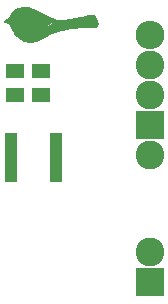
<source format=gts>
G04 #@! TF.FileFunction,Soldermask,Top*
%FSLAX46Y46*%
G04 Gerber Fmt 4.6, Leading zero omitted, Abs format (unit mm)*
G04 Created by KiCad (PCBNEW 4.0.1-stable) date Sunday, January 10, 2016 'PMt' 10:42:02 PM*
%MOMM*%
G01*
G04 APERTURE LIST*
%ADD10C,0.100000*%
%ADD11C,0.010000*%
%ADD12O,2.432000X2.432000*%
%ADD13C,2.432000*%
%ADD14R,2.432000X2.432000*%
%ADD15R,1.100000X0.600000*%
%ADD16R,1.600000X1.300000*%
G04 APERTURE END LIST*
D10*
D11*
G36*
X158971031Y-95253103D02*
X159008866Y-95254878D01*
X159044763Y-95257950D01*
X159080412Y-95262451D01*
X159117499Y-95268512D01*
X159142537Y-95273226D01*
X159179505Y-95280873D01*
X159214770Y-95289056D01*
X159249378Y-95298108D01*
X159284376Y-95308364D01*
X159320809Y-95320156D01*
X159359722Y-95333818D01*
X159402161Y-95349684D01*
X159449173Y-95368088D01*
X159484737Y-95382406D01*
X159531958Y-95401805D01*
X159579898Y-95421943D01*
X159628959Y-95443011D01*
X159679547Y-95465199D01*
X159732066Y-95488695D01*
X159786921Y-95513689D01*
X159844514Y-95540372D01*
X159905251Y-95568932D01*
X159969536Y-95599559D01*
X160037773Y-95632442D01*
X160110365Y-95667772D01*
X160187719Y-95705737D01*
X160270236Y-95746528D01*
X160358323Y-95790333D01*
X160416085Y-95819177D01*
X160497799Y-95859964D01*
X160573732Y-95897698D01*
X160644358Y-95932596D01*
X160710149Y-95964875D01*
X160771577Y-95994752D01*
X160829115Y-96022444D01*
X160883235Y-96048167D01*
X160934409Y-96072138D01*
X160983111Y-96094575D01*
X161029811Y-96115695D01*
X161074982Y-96135714D01*
X161119097Y-96154848D01*
X161162629Y-96173316D01*
X161206049Y-96191334D01*
X161249829Y-96209119D01*
X161294443Y-96226888D01*
X161340363Y-96244857D01*
X161357542Y-96251509D01*
X161381524Y-96260793D01*
X161403788Y-96269455D01*
X161423348Y-96277109D01*
X161439219Y-96283366D01*
X161450414Y-96287840D01*
X161455784Y-96290070D01*
X161465832Y-96294573D01*
X161450698Y-96313849D01*
X161438889Y-96327902D01*
X161422920Y-96345482D01*
X161403921Y-96365449D01*
X161383023Y-96386663D01*
X161361357Y-96407986D01*
X161340055Y-96428277D01*
X161320246Y-96446397D01*
X161311681Y-96453920D01*
X161236102Y-96515039D01*
X161154352Y-96573238D01*
X161066747Y-96628375D01*
X160973601Y-96680306D01*
X160875231Y-96728886D01*
X160771952Y-96773973D01*
X160664079Y-96815422D01*
X160551928Y-96853091D01*
X160435814Y-96886835D01*
X160316054Y-96916510D01*
X160276278Y-96925281D01*
X160217253Y-96937567D01*
X160163414Y-96948013D01*
X160113205Y-96956877D01*
X160065074Y-96964413D01*
X160017469Y-96970877D01*
X159968835Y-96976526D01*
X159958778Y-96977588D01*
X159938732Y-96979185D01*
X159913512Y-96980438D01*
X159884439Y-96981348D01*
X159852833Y-96981913D01*
X159820014Y-96982134D01*
X159787303Y-96982011D01*
X159756020Y-96981543D01*
X159727485Y-96980730D01*
X159703019Y-96979572D01*
X159683941Y-96978069D01*
X159680083Y-96977629D01*
X159609587Y-96966359D01*
X159544668Y-96950777D01*
X159485314Y-96930875D01*
X159431511Y-96906642D01*
X159383246Y-96878071D01*
X159340506Y-96845152D01*
X159303275Y-96807875D01*
X159271542Y-96766233D01*
X159245292Y-96720216D01*
X159225814Y-96673556D01*
X159216564Y-96645336D01*
X159209950Y-96619790D01*
X159205611Y-96594670D01*
X159203189Y-96567726D01*
X159202323Y-96536710D01*
X159202311Y-96526690D01*
X159202506Y-96469783D01*
X159179541Y-96467430D01*
X159156577Y-96465078D01*
X159106819Y-96499010D01*
X159107261Y-96548359D01*
X159111246Y-96606590D01*
X159122027Y-96663341D01*
X159139427Y-96718195D01*
X159163267Y-96770732D01*
X159193369Y-96820536D01*
X159229554Y-96867188D01*
X159254774Y-96894155D01*
X159295410Y-96931000D01*
X159339140Y-96963371D01*
X159386472Y-96991491D01*
X159437911Y-97015584D01*
X159493966Y-97035873D01*
X159555143Y-97052584D01*
X159621948Y-97065938D01*
X159655389Y-97071113D01*
X159676455Y-97073389D01*
X159703303Y-97075185D01*
X159734675Y-97076500D01*
X159769315Y-97077334D01*
X159805966Y-97077688D01*
X159843369Y-97077562D01*
X159880269Y-97076956D01*
X159915407Y-97075870D01*
X159947526Y-97074303D01*
X159975370Y-97072257D01*
X159987000Y-97071088D01*
X160101247Y-97055915D01*
X160216379Y-97036055D01*
X160331524Y-97011770D01*
X160445809Y-96983321D01*
X160558359Y-96950969D01*
X160668303Y-96914975D01*
X160774766Y-96875600D01*
X160876876Y-96833106D01*
X160973760Y-96787754D01*
X161028608Y-96759498D01*
X161111718Y-96712751D01*
X161190658Y-96663631D01*
X161264981Y-96612487D01*
X161334241Y-96559668D01*
X161397993Y-96505522D01*
X161455791Y-96450397D01*
X161507188Y-96394643D01*
X161528880Y-96368480D01*
X161543589Y-96350572D01*
X161554647Y-96338259D01*
X161562321Y-96331267D01*
X161566878Y-96329322D01*
X161567106Y-96329373D01*
X161581682Y-96333012D01*
X161602129Y-96337139D01*
X161627296Y-96341588D01*
X161656029Y-96346193D01*
X161687174Y-96350787D01*
X161719579Y-96355204D01*
X161752091Y-96359276D01*
X161783556Y-96362837D01*
X161812821Y-96365720D01*
X161826736Y-96366893D01*
X161856996Y-96368630D01*
X161890509Y-96369311D01*
X161927721Y-96368909D01*
X161969075Y-96367398D01*
X162015017Y-96364750D01*
X162065991Y-96360938D01*
X162122441Y-96355937D01*
X162184812Y-96349719D01*
X162253548Y-96342256D01*
X162274764Y-96339853D01*
X162372696Y-96328039D01*
X162477110Y-96314253D01*
X162587726Y-96298544D01*
X162704267Y-96280962D01*
X162826454Y-96261559D01*
X162954011Y-96240386D01*
X163086657Y-96217492D01*
X163224117Y-96192928D01*
X163366110Y-96166746D01*
X163512360Y-96138995D01*
X163662588Y-96109727D01*
X163816517Y-96078991D01*
X163973867Y-96046840D01*
X164134361Y-96013322D01*
X164297721Y-95978489D01*
X164463669Y-95942392D01*
X164491972Y-95936166D01*
X164523505Y-95929268D01*
X164553573Y-95922787D01*
X164581326Y-95916899D01*
X164605913Y-95911780D01*
X164626484Y-95907607D01*
X164642186Y-95904556D01*
X164652170Y-95902804D01*
X164654250Y-95902520D01*
X164681629Y-95902603D01*
X164710597Y-95908198D01*
X164739337Y-95918640D01*
X164766032Y-95933263D01*
X164788863Y-95951400D01*
X164789577Y-95952097D01*
X164800334Y-95964458D01*
X164813559Y-95982584D01*
X164828873Y-96005782D01*
X164845898Y-96033362D01*
X164864253Y-96064633D01*
X164883562Y-96098902D01*
X164903444Y-96135479D01*
X164923521Y-96173671D01*
X164943415Y-96212789D01*
X164962747Y-96252139D01*
X164981137Y-96291031D01*
X164998208Y-96328774D01*
X165006938Y-96348888D01*
X165034418Y-96417828D01*
X165056295Y-96482753D01*
X165072564Y-96543631D01*
X165083220Y-96600428D01*
X165088258Y-96653112D01*
X165087674Y-96701650D01*
X165081462Y-96746008D01*
X165070303Y-96784355D01*
X165060721Y-96804617D01*
X165047158Y-96826530D01*
X165031359Y-96847628D01*
X165015072Y-96865441D01*
X165009089Y-96870860D01*
X164993700Y-96882771D01*
X164977081Y-96893287D01*
X164958689Y-96902518D01*
X164937978Y-96910574D01*
X164914406Y-96917565D01*
X164887427Y-96923602D01*
X164856498Y-96928794D01*
X164821074Y-96933252D01*
X164780612Y-96937086D01*
X164734567Y-96940405D01*
X164682396Y-96943321D01*
X164641903Y-96945182D01*
X164622132Y-96945961D01*
X164596304Y-96946876D01*
X164565416Y-96947897D01*
X164530464Y-96948994D01*
X164492446Y-96950137D01*
X164452357Y-96951294D01*
X164411195Y-96952437D01*
X164369956Y-96953534D01*
X164349097Y-96954070D01*
X164243132Y-96956865D01*
X164143623Y-96959728D01*
X164049971Y-96962688D01*
X163961576Y-96965774D01*
X163877840Y-96969016D01*
X163798162Y-96972444D01*
X163721944Y-96976086D01*
X163648587Y-96979972D01*
X163577491Y-96984132D01*
X163508056Y-96988595D01*
X163439683Y-96993390D01*
X163371774Y-96998548D01*
X163303729Y-97004096D01*
X163267833Y-97007168D01*
X163115425Y-97021484D01*
X162968916Y-97037501D01*
X162827314Y-97055426D01*
X162689629Y-97075462D01*
X162554869Y-97097813D01*
X162422042Y-97122686D01*
X162290156Y-97150283D01*
X162158221Y-97180811D01*
X162025244Y-97214473D01*
X161890234Y-97251474D01*
X161752199Y-97292018D01*
X161610149Y-97336311D01*
X161502181Y-97371516D01*
X161445529Y-97390415D01*
X161393101Y-97408181D01*
X161344324Y-97425079D01*
X161298627Y-97441377D01*
X161255437Y-97457340D01*
X161214184Y-97473235D01*
X161174295Y-97489327D01*
X161135199Y-97505884D01*
X161096325Y-97523170D01*
X161057099Y-97541452D01*
X161016952Y-97560997D01*
X160975310Y-97582071D01*
X160931602Y-97604939D01*
X160885257Y-97629869D01*
X160835703Y-97657125D01*
X160782368Y-97686975D01*
X160724680Y-97719684D01*
X160662068Y-97755519D01*
X160597306Y-97792815D01*
X160547113Y-97821743D01*
X160502343Y-97847450D01*
X160462339Y-97870298D01*
X160426445Y-97890648D01*
X160394006Y-97908863D01*
X160364365Y-97925303D01*
X160336866Y-97940330D01*
X160310853Y-97954307D01*
X160285670Y-97967594D01*
X160260662Y-97980554D01*
X160235172Y-97993549D01*
X160212778Y-98004820D01*
X160147461Y-98036741D01*
X160086674Y-98064702D01*
X160029369Y-98089064D01*
X159974501Y-98110188D01*
X159921022Y-98128436D01*
X159867885Y-98144169D01*
X159814043Y-98157748D01*
X159758449Y-98169537D01*
X159710975Y-98178094D01*
X159651699Y-98187475D01*
X159597114Y-98194849D01*
X159545196Y-98200377D01*
X159493926Y-98204223D01*
X159441279Y-98206550D01*
X159385234Y-98207522D01*
X159346708Y-98207509D01*
X159320120Y-98207309D01*
X159295076Y-98207051D01*
X159272670Y-98206751D01*
X159253997Y-98206426D01*
X159240149Y-98206092D01*
X159232223Y-98205767D01*
X159232056Y-98205755D01*
X159141009Y-98196740D01*
X159051200Y-98183096D01*
X158963485Y-98165042D01*
X158878718Y-98142798D01*
X158797756Y-98116583D01*
X158721455Y-98086619D01*
X158663791Y-98059817D01*
X158577957Y-98012919D01*
X158494330Y-97959377D01*
X158412988Y-97899273D01*
X158334006Y-97832690D01*
X158257461Y-97759708D01*
X158183429Y-97680411D01*
X158111985Y-97594879D01*
X158043207Y-97503196D01*
X157977171Y-97405442D01*
X157913952Y-97301701D01*
X157853627Y-97192053D01*
X157849300Y-97183746D01*
X157812293Y-97108734D01*
X157777779Y-97030989D01*
X157745400Y-96949580D01*
X157714798Y-96863574D01*
X157685612Y-96772039D01*
X157669110Y-96715758D01*
X157661543Y-96689169D01*
X157415806Y-96590044D01*
X157376329Y-96574069D01*
X157338813Y-96558791D01*
X157303766Y-96544422D01*
X157271694Y-96531173D01*
X157243102Y-96519257D01*
X157218498Y-96508887D01*
X157198388Y-96500274D01*
X157183278Y-96493630D01*
X157173674Y-96489168D01*
X157170083Y-96487101D01*
X157170069Y-96487055D01*
X157172644Y-96484178D01*
X157180115Y-96476965D01*
X157192098Y-96465762D01*
X157208213Y-96450917D01*
X157228078Y-96432776D01*
X157251310Y-96411686D01*
X157277529Y-96387994D01*
X157306351Y-96362048D01*
X157337395Y-96334193D01*
X157370280Y-96304778D01*
X157395847Y-96281966D01*
X157621625Y-96080741D01*
X157636003Y-96041022D01*
X157664338Y-95970948D01*
X157697586Y-95904045D01*
X157736152Y-95839707D01*
X157780445Y-95777324D01*
X157830870Y-95716287D01*
X157887835Y-95655990D01*
X157904224Y-95639917D01*
X157971538Y-95579739D01*
X158044130Y-95524059D01*
X158121734Y-95473010D01*
X158204086Y-95426722D01*
X158290921Y-95385330D01*
X158381974Y-95348964D01*
X158476979Y-95317758D01*
X158575671Y-95291842D01*
X158621750Y-95281834D01*
X158666147Y-95273197D01*
X158705869Y-95266427D01*
X158742979Y-95261295D01*
X158779540Y-95257572D01*
X158817614Y-95255029D01*
X158859265Y-95253439D01*
X158882806Y-95252916D01*
X158929574Y-95252493D01*
X158971031Y-95253103D01*
X158971031Y-95253103D01*
G37*
X158971031Y-95253103D02*
X159008866Y-95254878D01*
X159044763Y-95257950D01*
X159080412Y-95262451D01*
X159117499Y-95268512D01*
X159142537Y-95273226D01*
X159179505Y-95280873D01*
X159214770Y-95289056D01*
X159249378Y-95298108D01*
X159284376Y-95308364D01*
X159320809Y-95320156D01*
X159359722Y-95333818D01*
X159402161Y-95349684D01*
X159449173Y-95368088D01*
X159484737Y-95382406D01*
X159531958Y-95401805D01*
X159579898Y-95421943D01*
X159628959Y-95443011D01*
X159679547Y-95465199D01*
X159732066Y-95488695D01*
X159786921Y-95513689D01*
X159844514Y-95540372D01*
X159905251Y-95568932D01*
X159969536Y-95599559D01*
X160037773Y-95632442D01*
X160110365Y-95667772D01*
X160187719Y-95705737D01*
X160270236Y-95746528D01*
X160358323Y-95790333D01*
X160416085Y-95819177D01*
X160497799Y-95859964D01*
X160573732Y-95897698D01*
X160644358Y-95932596D01*
X160710149Y-95964875D01*
X160771577Y-95994752D01*
X160829115Y-96022444D01*
X160883235Y-96048167D01*
X160934409Y-96072138D01*
X160983111Y-96094575D01*
X161029811Y-96115695D01*
X161074982Y-96135714D01*
X161119097Y-96154848D01*
X161162629Y-96173316D01*
X161206049Y-96191334D01*
X161249829Y-96209119D01*
X161294443Y-96226888D01*
X161340363Y-96244857D01*
X161357542Y-96251509D01*
X161381524Y-96260793D01*
X161403788Y-96269455D01*
X161423348Y-96277109D01*
X161439219Y-96283366D01*
X161450414Y-96287840D01*
X161455784Y-96290070D01*
X161465832Y-96294573D01*
X161450698Y-96313849D01*
X161438889Y-96327902D01*
X161422920Y-96345482D01*
X161403921Y-96365449D01*
X161383023Y-96386663D01*
X161361357Y-96407986D01*
X161340055Y-96428277D01*
X161320246Y-96446397D01*
X161311681Y-96453920D01*
X161236102Y-96515039D01*
X161154352Y-96573238D01*
X161066747Y-96628375D01*
X160973601Y-96680306D01*
X160875231Y-96728886D01*
X160771952Y-96773973D01*
X160664079Y-96815422D01*
X160551928Y-96853091D01*
X160435814Y-96886835D01*
X160316054Y-96916510D01*
X160276278Y-96925281D01*
X160217253Y-96937567D01*
X160163414Y-96948013D01*
X160113205Y-96956877D01*
X160065074Y-96964413D01*
X160017469Y-96970877D01*
X159968835Y-96976526D01*
X159958778Y-96977588D01*
X159938732Y-96979185D01*
X159913512Y-96980438D01*
X159884439Y-96981348D01*
X159852833Y-96981913D01*
X159820014Y-96982134D01*
X159787303Y-96982011D01*
X159756020Y-96981543D01*
X159727485Y-96980730D01*
X159703019Y-96979572D01*
X159683941Y-96978069D01*
X159680083Y-96977629D01*
X159609587Y-96966359D01*
X159544668Y-96950777D01*
X159485314Y-96930875D01*
X159431511Y-96906642D01*
X159383246Y-96878071D01*
X159340506Y-96845152D01*
X159303275Y-96807875D01*
X159271542Y-96766233D01*
X159245292Y-96720216D01*
X159225814Y-96673556D01*
X159216564Y-96645336D01*
X159209950Y-96619790D01*
X159205611Y-96594670D01*
X159203189Y-96567726D01*
X159202323Y-96536710D01*
X159202311Y-96526690D01*
X159202506Y-96469783D01*
X159179541Y-96467430D01*
X159156577Y-96465078D01*
X159106819Y-96499010D01*
X159107261Y-96548359D01*
X159111246Y-96606590D01*
X159122027Y-96663341D01*
X159139427Y-96718195D01*
X159163267Y-96770732D01*
X159193369Y-96820536D01*
X159229554Y-96867188D01*
X159254774Y-96894155D01*
X159295410Y-96931000D01*
X159339140Y-96963371D01*
X159386472Y-96991491D01*
X159437911Y-97015584D01*
X159493966Y-97035873D01*
X159555143Y-97052584D01*
X159621948Y-97065938D01*
X159655389Y-97071113D01*
X159676455Y-97073389D01*
X159703303Y-97075185D01*
X159734675Y-97076500D01*
X159769315Y-97077334D01*
X159805966Y-97077688D01*
X159843369Y-97077562D01*
X159880269Y-97076956D01*
X159915407Y-97075870D01*
X159947526Y-97074303D01*
X159975370Y-97072257D01*
X159987000Y-97071088D01*
X160101247Y-97055915D01*
X160216379Y-97036055D01*
X160331524Y-97011770D01*
X160445809Y-96983321D01*
X160558359Y-96950969D01*
X160668303Y-96914975D01*
X160774766Y-96875600D01*
X160876876Y-96833106D01*
X160973760Y-96787754D01*
X161028608Y-96759498D01*
X161111718Y-96712751D01*
X161190658Y-96663631D01*
X161264981Y-96612487D01*
X161334241Y-96559668D01*
X161397993Y-96505522D01*
X161455791Y-96450397D01*
X161507188Y-96394643D01*
X161528880Y-96368480D01*
X161543589Y-96350572D01*
X161554647Y-96338259D01*
X161562321Y-96331267D01*
X161566878Y-96329322D01*
X161567106Y-96329373D01*
X161581682Y-96333012D01*
X161602129Y-96337139D01*
X161627296Y-96341588D01*
X161656029Y-96346193D01*
X161687174Y-96350787D01*
X161719579Y-96355204D01*
X161752091Y-96359276D01*
X161783556Y-96362837D01*
X161812821Y-96365720D01*
X161826736Y-96366893D01*
X161856996Y-96368630D01*
X161890509Y-96369311D01*
X161927721Y-96368909D01*
X161969075Y-96367398D01*
X162015017Y-96364750D01*
X162065991Y-96360938D01*
X162122441Y-96355937D01*
X162184812Y-96349719D01*
X162253548Y-96342256D01*
X162274764Y-96339853D01*
X162372696Y-96328039D01*
X162477110Y-96314253D01*
X162587726Y-96298544D01*
X162704267Y-96280962D01*
X162826454Y-96261559D01*
X162954011Y-96240386D01*
X163086657Y-96217492D01*
X163224117Y-96192928D01*
X163366110Y-96166746D01*
X163512360Y-96138995D01*
X163662588Y-96109727D01*
X163816517Y-96078991D01*
X163973867Y-96046840D01*
X164134361Y-96013322D01*
X164297721Y-95978489D01*
X164463669Y-95942392D01*
X164491972Y-95936166D01*
X164523505Y-95929268D01*
X164553573Y-95922787D01*
X164581326Y-95916899D01*
X164605913Y-95911780D01*
X164626484Y-95907607D01*
X164642186Y-95904556D01*
X164652170Y-95902804D01*
X164654250Y-95902520D01*
X164681629Y-95902603D01*
X164710597Y-95908198D01*
X164739337Y-95918640D01*
X164766032Y-95933263D01*
X164788863Y-95951400D01*
X164789577Y-95952097D01*
X164800334Y-95964458D01*
X164813559Y-95982584D01*
X164828873Y-96005782D01*
X164845898Y-96033362D01*
X164864253Y-96064633D01*
X164883562Y-96098902D01*
X164903444Y-96135479D01*
X164923521Y-96173671D01*
X164943415Y-96212789D01*
X164962747Y-96252139D01*
X164981137Y-96291031D01*
X164998208Y-96328774D01*
X165006938Y-96348888D01*
X165034418Y-96417828D01*
X165056295Y-96482753D01*
X165072564Y-96543631D01*
X165083220Y-96600428D01*
X165088258Y-96653112D01*
X165087674Y-96701650D01*
X165081462Y-96746008D01*
X165070303Y-96784355D01*
X165060721Y-96804617D01*
X165047158Y-96826530D01*
X165031359Y-96847628D01*
X165015072Y-96865441D01*
X165009089Y-96870860D01*
X164993700Y-96882771D01*
X164977081Y-96893287D01*
X164958689Y-96902518D01*
X164937978Y-96910574D01*
X164914406Y-96917565D01*
X164887427Y-96923602D01*
X164856498Y-96928794D01*
X164821074Y-96933252D01*
X164780612Y-96937086D01*
X164734567Y-96940405D01*
X164682396Y-96943321D01*
X164641903Y-96945182D01*
X164622132Y-96945961D01*
X164596304Y-96946876D01*
X164565416Y-96947897D01*
X164530464Y-96948994D01*
X164492446Y-96950137D01*
X164452357Y-96951294D01*
X164411195Y-96952437D01*
X164369956Y-96953534D01*
X164349097Y-96954070D01*
X164243132Y-96956865D01*
X164143623Y-96959728D01*
X164049971Y-96962688D01*
X163961576Y-96965774D01*
X163877840Y-96969016D01*
X163798162Y-96972444D01*
X163721944Y-96976086D01*
X163648587Y-96979972D01*
X163577491Y-96984132D01*
X163508056Y-96988595D01*
X163439683Y-96993390D01*
X163371774Y-96998548D01*
X163303729Y-97004096D01*
X163267833Y-97007168D01*
X163115425Y-97021484D01*
X162968916Y-97037501D01*
X162827314Y-97055426D01*
X162689629Y-97075462D01*
X162554869Y-97097813D01*
X162422042Y-97122686D01*
X162290156Y-97150283D01*
X162158221Y-97180811D01*
X162025244Y-97214473D01*
X161890234Y-97251474D01*
X161752199Y-97292018D01*
X161610149Y-97336311D01*
X161502181Y-97371516D01*
X161445529Y-97390415D01*
X161393101Y-97408181D01*
X161344324Y-97425079D01*
X161298627Y-97441377D01*
X161255437Y-97457340D01*
X161214184Y-97473235D01*
X161174295Y-97489327D01*
X161135199Y-97505884D01*
X161096325Y-97523170D01*
X161057099Y-97541452D01*
X161016952Y-97560997D01*
X160975310Y-97582071D01*
X160931602Y-97604939D01*
X160885257Y-97629869D01*
X160835703Y-97657125D01*
X160782368Y-97686975D01*
X160724680Y-97719684D01*
X160662068Y-97755519D01*
X160597306Y-97792815D01*
X160547113Y-97821743D01*
X160502343Y-97847450D01*
X160462339Y-97870298D01*
X160426445Y-97890648D01*
X160394006Y-97908863D01*
X160364365Y-97925303D01*
X160336866Y-97940330D01*
X160310853Y-97954307D01*
X160285670Y-97967594D01*
X160260662Y-97980554D01*
X160235172Y-97993549D01*
X160212778Y-98004820D01*
X160147461Y-98036741D01*
X160086674Y-98064702D01*
X160029369Y-98089064D01*
X159974501Y-98110188D01*
X159921022Y-98128436D01*
X159867885Y-98144169D01*
X159814043Y-98157748D01*
X159758449Y-98169537D01*
X159710975Y-98178094D01*
X159651699Y-98187475D01*
X159597114Y-98194849D01*
X159545196Y-98200377D01*
X159493926Y-98204223D01*
X159441279Y-98206550D01*
X159385234Y-98207522D01*
X159346708Y-98207509D01*
X159320120Y-98207309D01*
X159295076Y-98207051D01*
X159272670Y-98206751D01*
X159253997Y-98206426D01*
X159240149Y-98206092D01*
X159232223Y-98205767D01*
X159232056Y-98205755D01*
X159141009Y-98196740D01*
X159051200Y-98183096D01*
X158963485Y-98165042D01*
X158878718Y-98142798D01*
X158797756Y-98116583D01*
X158721455Y-98086619D01*
X158663791Y-98059817D01*
X158577957Y-98012919D01*
X158494330Y-97959377D01*
X158412988Y-97899273D01*
X158334006Y-97832690D01*
X158257461Y-97759708D01*
X158183429Y-97680411D01*
X158111985Y-97594879D01*
X158043207Y-97503196D01*
X157977171Y-97405442D01*
X157913952Y-97301701D01*
X157853627Y-97192053D01*
X157849300Y-97183746D01*
X157812293Y-97108734D01*
X157777779Y-97030989D01*
X157745400Y-96949580D01*
X157714798Y-96863574D01*
X157685612Y-96772039D01*
X157669110Y-96715758D01*
X157661543Y-96689169D01*
X157415806Y-96590044D01*
X157376329Y-96574069D01*
X157338813Y-96558791D01*
X157303766Y-96544422D01*
X157271694Y-96531173D01*
X157243102Y-96519257D01*
X157218498Y-96508887D01*
X157198388Y-96500274D01*
X157183278Y-96493630D01*
X157173674Y-96489168D01*
X157170083Y-96487101D01*
X157170069Y-96487055D01*
X157172644Y-96484178D01*
X157180115Y-96476965D01*
X157192098Y-96465762D01*
X157208213Y-96450917D01*
X157228078Y-96432776D01*
X157251310Y-96411686D01*
X157277529Y-96387994D01*
X157306351Y-96362048D01*
X157337395Y-96334193D01*
X157370280Y-96304778D01*
X157395847Y-96281966D01*
X157621625Y-96080741D01*
X157636003Y-96041022D01*
X157664338Y-95970948D01*
X157697586Y-95904045D01*
X157736152Y-95839707D01*
X157780445Y-95777324D01*
X157830870Y-95716287D01*
X157887835Y-95655990D01*
X157904224Y-95639917D01*
X157971538Y-95579739D01*
X158044130Y-95524059D01*
X158121734Y-95473010D01*
X158204086Y-95426722D01*
X158290921Y-95385330D01*
X158381974Y-95348964D01*
X158476979Y-95317758D01*
X158575671Y-95291842D01*
X158621750Y-95281834D01*
X158666147Y-95273197D01*
X158705869Y-95266427D01*
X158742979Y-95261295D01*
X158779540Y-95257572D01*
X158817614Y-95255029D01*
X158859265Y-95253439D01*
X158882806Y-95252916D01*
X158929574Y-95252493D01*
X158971031Y-95253103D01*
D12*
X169490000Y-97640000D03*
D13*
X169490000Y-100180000D03*
X169490000Y-102720000D03*
D14*
X169490000Y-105260000D03*
D13*
X169490000Y-107800000D03*
X169490000Y-116040000D03*
D14*
X169490000Y-118580000D03*
D15*
X157760000Y-109800000D03*
X161540000Y-109800000D03*
X157760000Y-109400000D03*
X161540000Y-109400000D03*
X157760000Y-109000000D03*
X161540000Y-109000000D03*
X157760000Y-108600000D03*
X161540000Y-108600000D03*
X157760000Y-108200000D03*
X161540000Y-108200000D03*
X157760000Y-107800000D03*
X161540000Y-107800000D03*
X157760000Y-107400000D03*
X161540000Y-107400000D03*
X157760000Y-107000000D03*
X161540000Y-107000000D03*
X157760000Y-106600000D03*
X161540000Y-106600000D03*
X157760000Y-106200000D03*
X161540000Y-106200000D03*
D16*
X160280000Y-102690000D03*
X158080000Y-102690000D03*
X158080000Y-100710000D03*
X160280000Y-100710000D03*
M02*

</source>
